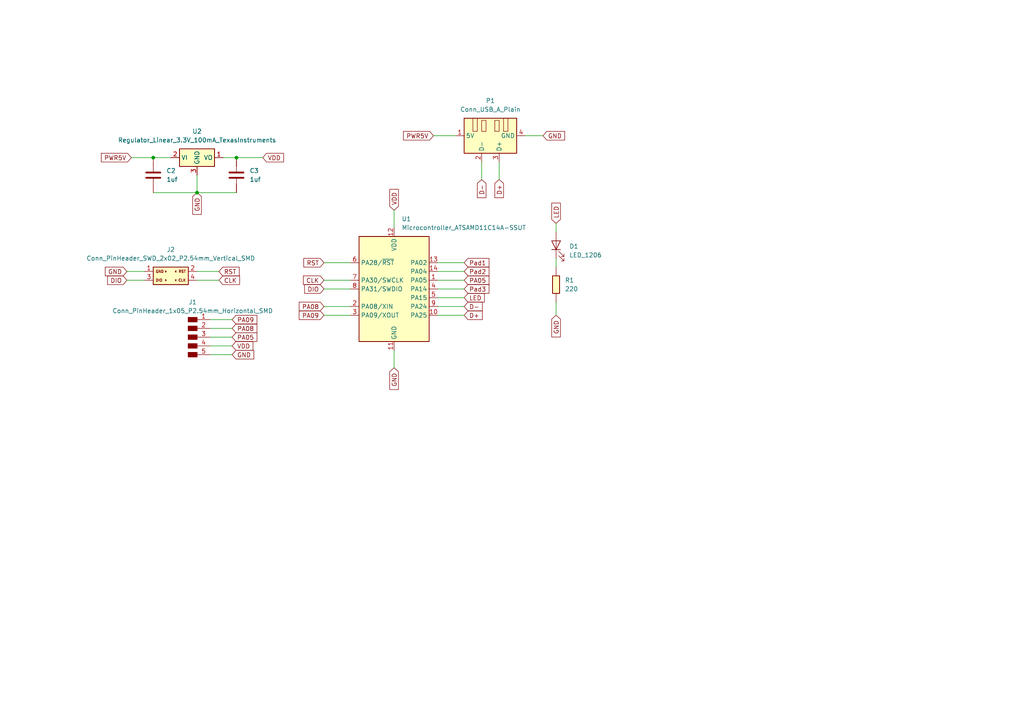
<source format=kicad_sch>
(kicad_sch (version 20231120) (generator "eeschema") (generator_version "8.0")
  (paper "A4")
  (lib_symbols
    (symbol "fab:C_1206" (pin_numbers hide)
      (property "Reference" "C" (at 0.635 2.54 0))
      (property "Value" "C_1206" (at 0.635 -2.54 0))
      (symbol "C_1206_0_1"
        (polyline (pts (xy -2.032 -0.762) (xy 2.032 -0.762)) (stroke (width 0.508)))
        (polyline (pts (xy -2.032 0.762) (xy 2.032 0.762)) (stroke (width 0.508)))
        (polyline (pts (xy 0 -0.635) (xy 0 -2.54)))
        (polyline (pts (xy 0 0.635) (xy 0 2.54)))
      )
      (symbol "C_1206_1_1"
        (pin passive line (at 0 5.08 270) (length 2.54) (name "~") (number "1"))
        (pin passive line (at 0 -5.08 90) (length 2.54) (name "~") (number "2"))
      )
    )
    (symbol "fab:Conn_PinHeader_1x05_P2.54mm_Horizontal_SMD" (pin_names hide)
      (property "Reference" "J" (at 0 7.62 0))
      (property "Value" "Conn_PinHeader_1x05_P2.54mm_Horizontal_SMD" (at 0 -7.62 0))
      (symbol "Conn_PinHeader_1x05_P2.54mm_Horizontal_SMD_1_1"
        (rectangle (start -1.27 -4.445) (end 1.27 -5.715) (stroke (width 0.254)) (fill (type outline)))
        (rectangle (start -1.27 -1.905) (end 1.27 -3.175) (stroke (width 0.254)) (fill (type outline)))
        (rectangle (start -1.27 0.635) (end 1.27 -0.635) (stroke (width 0.254)) (fill (type outline)))
        (rectangle (start -1.27 3.175) (end 1.27 1.905) (stroke (width 0.254)) (fill (type outline)))
        (rectangle (start -1.27 5.715) (end 1.27 4.445) (stroke (width 0.254)) (fill (type outline)))
        (pin passive line (at 5.08 5.08 180) (length 3.81) (name "Pin_1") (number "1"))
        (pin passive line (at 5.08 2.54 180) (length 3.81) (name "Pin_2") (number "2"))
        (pin passive line (at 5.08 0 180) (length 3.81) (name "Pin_3") (number "3"))
        (pin passive line (at 5.08 -2.54 180) (length 3.81) (name "Pin_4") (number "4"))
        (pin passive line (at 5.08 -5.08 180) (length 3.81) (name "Pin_5") (number "5"))
      )
    )
    (symbol "fab:Conn_PinHeader_SWD_2x02_P2.54mm_Vertical_SMD"
      (property "Reference" "J" (at 0 3.81 0))
      (property "Value" "Conn_PinHeader_SWD_2x02_P2.54mm_Vertical_SMD" (at 0 -3.81 0))
      (symbol "Conn_PinHeader_SWD_2x02_P2.54mm_Vertical_SMD_0_0"
        (text "CLK" (at 4.445 -1.27 0) (effects (font (size 0.75 0.75)) (justify right)))
        (text "DIO" (at -4.445 -1.27 0) (effects (font (size 0.75 0.75)) (justify left)))
        (text "GND" (at -4.445 1.27 0) (effects (font (size 0.75 0.75)) (justify left)))
        (text "RST" (at 4.445 1.27 0) (effects (font (size 0.75 0.75)) (justify right)))
      )
      (symbol "Conn_PinHeader_SWD_2x02_P2.54mm_Vertical_SMD_0_1"
        (polyline (pts (xy -1.524 -1.016) (xy -1.27 -1.27) (xy -1.524 -1.524) (xy -1.524 -1.016)) (fill (type outline)))
        (polyline (pts (xy -1.524 1.524) (xy -1.27 1.27) (xy -1.524 1.016) (xy -1.524 1.524)) (fill (type outline)))
        (polyline (pts (xy 1.524 -1.016) (xy 1.27 -1.27) (xy 1.524 -1.524) (xy 1.524 -1.016)) (fill (type outline)))
        (polyline (pts (xy 1.524 1.524) (xy 1.27 1.27) (xy 1.524 1.016) (xy 1.524 1.524)) (fill (type outline)))
      )
      (symbol "Conn_PinHeader_SWD_2x02_P2.54mm_Vertical_SMD_1_1"
        (rectangle (start -5.08 2.54) (end 5.08 -2.54) (stroke (width 0.254)) (fill (type background)))
        (pin passive line (at -7.62 1.27 0) (length 2.54) (name "") (number "1"))
        (pin passive line (at 7.62 1.27 180) (length 2.54) (name "") (number "2"))
        (pin passive line (at -7.62 -1.27 0) (length 2.54) (name "") (number "3"))
        (pin passive line (at 7.62 -1.27 180) (length 2.54) (name "") (number "4"))
      )
    )
    (symbol "fab:Conn_USB_A_Plain"
      (property "Reference" "P" (at -5.08 8.89 0))
      (property "Value" "Conn_USB_A_Plain" (at 1.27 8.89 0))
      (symbol "Conn_USB_A_Plain_0_1"
        (rectangle (start -5.08 7.62) (end 5.08 -7.62) (stroke (width 0.254)) (fill (type background)))
        (rectangle (start 1.27 -3.81) (end 5.08 -5.08))
        (rectangle (start 1.27 -1.27) (end 4.445 -2.54))
        (rectangle (start 1.27 2.54) (end 4.445 1.27))
        (rectangle (start 1.27 5.08) (end 5.08 3.81))
      )
      (symbol "Conn_USB_A_Plain_1_1"
        (pin power_in line (at 0 10.16 270) (length 2.54) (name "5V") (number "1"))
        (pin bidirectional line (at -7.62 2.54 0) (length 2.54) (name "D-") (number "2"))
        (pin bidirectional line (at -7.62 -2.54 0) (length 2.54) (name "D+") (number "3"))
        (pin power_in line (at 0 -10.16 90) (length 2.54) (name "GND") (number "4"))
      )
    )
    (symbol "fab:LED_1206" (pin_numbers hide) (pin_names (offset 1.016) hide)
      (property "Reference" "D" (at 0 2.54 0))
      (property "Value" "LED_1206" (at 0 -2.54 0))
      (symbol "LED_1206_0_1"
        (polyline (pts (xy -1.27 -1.27) (xy -1.27 1.27)) (stroke (width 0.2032)))
        (polyline (pts (xy -1.27 0) (xy 1.27 0)))
        (polyline (pts (xy 1.27 -1.27) (xy 1.27 1.27) (xy -1.27 0) (xy 1.27 -1.27)) (stroke (width 0.2032)))
        (polyline (pts (xy -3.048 -0.762) (xy -4.572 -2.286) (xy -3.81 -2.286) (xy -4.572 -2.286) (xy -4.572 -1.524)))
        (polyline (pts (xy -1.778 -0.762) (xy -3.302 -2.286) (xy -2.54 -2.286) (xy -3.302 -2.286) (xy -3.302 -1.524)))
      )
      (symbol "LED_1206_1_1"
        (pin passive line (at -3.81 0 0) (length 2.54) (name "K") (number "1"))
        (pin passive line (at 3.81 0 180) (length 2.54) (name "A") (number "2"))
      )
    )
    (symbol "fab:Microcontroller_ATSAMD11C14A-SSUT"
      (property "Reference" "U" (at -10.16 16.51 0))
      (property "Value" "Microcontroller_ATSAMD11C14A-SSUT" (at 1.27 16.51 0))
      (symbol "Microcontroller_ATSAMD11C14A-SSUT_0_1"
        (rectangle (start -10.16 15.24) (end 10.16 -15.24) (stroke (width 0.254)) (fill (type background)))
      )
      (symbol "Microcontroller_ATSAMD11C14A-SSUT_1_1"
        (pin bidirectional line (at 12.7 2.54 180) (length 2.54) (name "PA05") (number "1"))
        (pin bidirectional line (at 12.7 -7.62 180) (length 2.54) (name "PA25") (number "10"))
        (pin power_in line (at 0 -17.78 90) (length 2.54) (name "GND") (number "11"))
        (pin power_in line (at 0 17.78 270) (length 2.54) (name "VDD") (number "12"))
        (pin bidirectional line (at 12.7 7.62 180) (length 2.54) (name "PA02") (number "13"))
        (pin bidirectional line (at 12.7 5.08 180) (length 2.54) (name "PA04") (number "14"))
        (pin bidirectional line (at -12.7 -5.08 0) (length 2.54) (name "PA08/XIN") (number "2"))
        (pin bidirectional line (at -12.7 -7.62 0) (length 2.54) (name "PA09/XOUT") (number "3"))
        (pin bidirectional line (at 12.7 0 180) (length 2.54) (name "PA14") (number "4"))
        (pin bidirectional line (at 12.7 -2.54 180) (length 2.54) (name "PA15") (number "5"))
        (pin bidirectional line (at -12.7 7.62 0) (length 2.54) (name "PA28/~{RST}") (number "6"))
        (pin bidirectional line (at -12.7 2.54 0) (length 2.54) (name "PA30/SWCLK") (number "7"))
        (pin bidirectional line (at -12.7 0 0) (length 2.54) (name "PA31/SWDIO") (number "8"))
        (pin bidirectional line (at 12.7 -5.08 180) (length 2.54) (name "PA24") (number "9"))
      )
    )
    (symbol "fab:R_1206" (pin_numbers hide) (pin_names (offset 0))
      (property "Reference" "R" (at 2.54 0 90))
      (property "Value" "R_1206" (at -2.54 0 90))
      (symbol "R_1206_0_1"
        (rectangle (start -1.016 -2.54) (end 1.016 2.54) (stroke (width 0.254)) (fill (type background)))
      )
      (symbol "R_1206_1_1"
        (pin passive line (at 0 5.08 270) (length 2.54) (name "~") (number "1"))
        (pin passive line (at 0 -5.08 90) (length 2.54) (name "~") (number "2"))
      )
    )
    (symbol "fab:Regulator_Linear_3.3V_100mA_TexasInstruments"
      (property "Reference" "U" (at -5.08 6.35 0))
      (property "Value" "Regulator_Linear_3.3V_100mA_TexasInstruments" (at -5.08 3.81 0))
      (symbol "Regulator_Linear_3.3V_100mA_TexasInstruments_0_1"
        (rectangle (start -5.08 2.54) (end 5.08 -2.54) (stroke (width 0.254)) (fill (type background)))
      )
      (symbol "Regulator_Linear_3.3V_100mA_TexasInstruments_1_1"
        (pin power_out line (at 7.62 0 180) (length 2.54) (name "VO") (number "1"))
        (pin power_in line (at -7.62 0 0) (length 2.54) (name "VI") (number "2"))
        (pin power_in line (at 0 -5.08 90) (length 2.54) (name "GND") (number "3"))
      )
    )
  )
  (junction (at 68.58 45.72))
  (junction (at 57.15 55.88))
  (junction (at 44.45 45.72))
  (wire (pts (xy 152.4 39.37) (xy 157.48 39.37)))
  (wire (pts (xy 57.15 81.28) (xy 63.5 81.28)))
  (wire (pts (xy 57.15 55.88) (xy 68.58 55.88)))
  (wire (pts (xy 127 81.28) (xy 134.62 81.28)))
  (wire (pts (xy 93.98 81.28) (xy 101.6 81.28)))
  (wire (pts (xy 60.96 100.33) (xy 67.31 100.33)))
  (wire (pts (xy 127 76.2) (xy 134.62 76.2)))
  (wire (pts (xy 68.58 45.72) (xy 76.2 45.72)))
  (wire (pts (xy 36.83 78.74) (xy 41.91 78.74)))
  (wire (pts (xy 60.96 92.71) (xy 67.31 92.71)))
  (wire (pts (xy 38.1 45.72) (xy 44.45 45.72)))
  (wire (pts (xy 93.98 88.9) (xy 101.6 88.9)))
  (wire (pts (xy 127 88.9) (xy 134.62 88.9)))
  (wire (pts (xy 60.96 102.87) (xy 67.31 102.87)))
  (wire (pts (xy 60.96 95.25) (xy 67.31 95.25)))
  (wire (pts (xy 60.96 97.79) (xy 67.31 97.79)))
  (wire (pts (xy 64.77 45.72) (xy 68.58 45.72)))
  (wire (pts (xy 36.83 81.28) (xy 41.91 81.28)))
  (wire (pts (xy 161.29 87.63) (xy 161.29 91.44)))
  (wire (pts (xy 144.78 46.99) (xy 144.78 52.07)))
  (wire (pts (xy 161.29 74.93) (xy 161.29 77.47)))
  (wire (pts (xy 93.98 83.82) (xy 101.6 83.82)))
  (wire (pts (xy 93.98 76.2) (xy 101.6 76.2)))
  (wire (pts (xy 44.45 45.72) (xy 49.53 45.72)))
  (wire (pts (xy 127 83.82) (xy 134.62 83.82)))
  (wire (pts (xy 44.45 55.88) (xy 57.15 55.88)))
  (wire (pts (xy 139.7 46.99) (xy 139.7 52.07)))
  (wire (pts (xy 93.98 91.44) (xy 101.6 91.44)))
  (wire (pts (xy 127 78.74) (xy 134.62 78.74)))
  (wire (pts (xy 57.15 78.74) (xy 63.5 78.74)))
  (wire (pts (xy 127 86.36) (xy 134.62 86.36)))
  (wire (pts (xy 127 91.44) (xy 134.62 91.44)))
  (wire (pts (xy 57.15 50.8) (xy 57.15 55.88)))
  (wire (pts (xy 125.73 39.37) (xy 132.08 39.37)))
  (wire (pts (xy 114.3 60.96) (xy 114.3 66.04)))
  (wire (pts (xy 114.3 101.6) (xy 114.3 106.68)))
  (wire (pts (xy 161.29 64.77) (xy 161.29 67.31)))
  (global_label "PA05" (shape input) (at 67.31 97.79 0) (property "Intersheetrefs" "${INTERSHEET_REFS}" (effects (hide yes))))
  (global_label "GND" (shape input) (at 36.83 78.74 180) (property "Intersheetrefs" "${INTERSHEET_REFS}" (effects (hide yes))))
  (global_label "PA09" (shape input) (at 67.31 92.71 0) (property "Intersheetrefs" "${INTERSHEET_REFS}" (effects (hide yes))))
  (global_label "VDD" (shape input) (at 67.31 100.33 0) (property "Intersheetrefs" "${INTERSHEET_REFS}" (effects (hide yes))))
  (global_label "PA08" (shape input) (at 93.98 88.9 180) (property "Intersheetrefs" "${INTERSHEET_REFS}" (effects (hide yes))))
  (global_label "PWR5V" (shape input) (at 38.1 45.72 180) (property "Intersheetrefs" "${INTERSHEET_REFS}" (effects (hide yes))))
  (global_label "D+" (shape input) (at 134.62 91.44 0) (property "Intersheetrefs" "${INTERSHEET_REFS}" (effects (hide yes))))
  (global_label "DIO" (shape input) (at 36.83 81.28 180) (property "Intersheetrefs" "${INTERSHEET_REFS}" (effects (hide yes))))
  (global_label "GND" (shape input) (at 57.15 55.88 270) (property "Intersheetrefs" "${INTERSHEET_REFS}" (effects (hide yes))))
  (global_label "PA09" (shape input) (at 93.98 91.44 180) (property "Intersheetrefs" "${INTERSHEET_REFS}" (effects (hide yes))))
  (global_label "Pad1" (shape input) (at 134.62 76.2 0) (property "Intersheetrefs" "${INTERSHEET_REFS}" (effects (hide yes))))
  (global_label "GND" (shape input) (at 67.31 102.87 0) (property "Intersheetrefs" "${INTERSHEET_REFS}" (effects (hide yes))))
  (global_label "VDD" (shape input) (at 114.3 60.96 90) (property "Intersheetrefs" "${INTERSHEET_REFS}" (effects (hide yes))))
  (global_label "D-" (shape input) (at 139.7 52.07 270) (property "Intersheetrefs" "${INTERSHEET_REFS}" (effects (hide yes))))
  (global_label "LED" (shape input) (at 161.29 64.77 90) (property "Intersheetrefs" "${INTERSHEET_REFS}" (effects (hide yes))))
  (global_label "GND" (shape input) (at 114.3 106.68 270) (property "Intersheetrefs" "${INTERSHEET_REFS}" (effects (hide yes))))
  (global_label "D+" (shape input) (at 144.78 52.07 270) (property "Intersheetrefs" "${INTERSHEET_REFS}" (effects (hide yes))))
  (global_label "D-" (shape input) (at 134.62 88.9 0) (property "Intersheetrefs" "${INTERSHEET_REFS}" (effects (hide yes))))
  (global_label "PWR5V" (shape input) (at 125.73 39.37 180) (property "Intersheetrefs" "${INTERSHEET_REFS}" (effects (hide yes))))
  (global_label "VDD" (shape input) (at 76.2 45.72 0) (property "Intersheetrefs" "${INTERSHEET_REFS}" (effects (hide yes))))
  (global_label "GND" (shape input) (at 161.29 91.44 270) (property "Intersheetrefs" "${INTERSHEET_REFS}" (effects (hide yes))))
  (global_label "PA08" (shape input) (at 67.31 95.25 0) (property "Intersheetrefs" "${INTERSHEET_REFS}" (effects (hide yes))))
  (global_label "CLK" (shape input) (at 93.98 81.28 180) (property "Intersheetrefs" "${INTERSHEET_REFS}" (effects (hide yes))))
  (global_label "PA05" (shape input) (at 134.62 81.28 0) (property "Intersheetrefs" "${INTERSHEET_REFS}" (effects (hide yes))))
  (global_label "CLK" (shape input) (at 63.5 81.28 0) (property "Intersheetrefs" "${INTERSHEET_REFS}" (effects (hide yes))))
  (global_label "Pad2" (shape input) (at 134.62 78.74 0) (property "Intersheetrefs" "${INTERSHEET_REFS}" (effects (hide yes))))
  (global_label "GND" (shape input) (at 157.48 39.37 0) (property "Intersheetrefs" "${INTERSHEET_REFS}" (effects (hide yes))))
  (global_label "RST" (shape input) (at 93.98 76.2 180) (property "Intersheetrefs" "${INTERSHEET_REFS}" (effects (hide yes))))
  (global_label "DIO" (shape input) (at 93.98 83.82 180) (property "Intersheetrefs" "${INTERSHEET_REFS}" (effects (hide yes))))
  (global_label "Pad3" (shape input) (at 134.62 83.82 0) (property "Intersheetrefs" "${INTERSHEET_REFS}" (effects (hide yes))))
  (global_label "RST" (shape input) (at 63.5 78.74 0) (property "Intersheetrefs" "${INTERSHEET_REFS}" (effects (hide yes))))
  (global_label "LED" (shape input) (at 134.62 86.36 0) (property "Intersheetrefs" "${INTERSHEET_REFS}" (effects (hide yes))))
  (symbol (lib_id "fab:LED_1206") (at 161.29 71.12 90) (unit 1)
    (property "Reference" "D1" (at 165.1 71.4501 90) (effects (justify right)))
    (property "Value" "LED_1206" (at 165.1 73.9901 90) (effects (justify right)))
    (property "Footprint" "fab:LED_1206" (effects (hide yes)))
    (property "Datasheet" "https://optoelectronics.liteon.com/upload/download/DS-22-98-0002/LTST-C150CKT.pdf" (effects (hide yes)))
    (property "Description" "Light emitting diode, Lite-On Inc. LTST, SMD" (effects (hide yes)))
  )
  (symbol (lib_id "fab:R_1206") (at 161.29 82.55 0) (unit 1)
    (property "Reference" "R1" (at 163.83 81.2799 0) (effects (justify left)))
    (property "Value" "220" (at 163.83 83.8199 0) (effects (justify left)))
    (property "Footprint" "fab:R_1206" (effects (hide yes)))
    (property "Description" "Resistor" (effects (hide yes)))
  )
  (symbol (lib_id "fab:Conn_USB_A_Plain") (at 142.24 39.37 90) (unit 1)
    (property "Reference" "P1" (at 142.24 29.21 90))
    (property "Value" "Conn_USB_A_Plain" (at 142.24 31.75 90))
    (property "Footprint" "fab:Conn_USB_A_Plain" (effects (hide yes)))
    (property "Description" "Plain USB connector that can be milled with as PCB milling machine " (effects (hide yes)))
  )
  (symbol (lib_id "fab:C_1206") (at 68.58 50.8 180) (unit 1)
    (property "Reference" "C3" (at 72.39 49.5299 0) (effects (justify right)))
    (property "Value" "1uf" (at 72.39 52.0699 0) (effects (justify right)))
    (property "Footprint" "fab:C_1206" (effects (hide yes)))
    (property "Datasheet" "https://www.yageo.com/upload/media/product/productsearch/datasheet/mlcc/UPY-GP_NP0_16V-to-50V_18.pdf" (effects (hide yes)))
    (property "Description" "Unpolarized capacitor, SMD, 1206" (effects (hide yes)))
  )
  (symbol (lib_id "fab:Microcontroller_ATSAMD11C14A-SSUT") (at 114.3 83.82 0) (unit 1)
    (property "Reference" "U1" (at 116.4941 63.5 0) (effects (justify left)))
    (property "Value" "Microcontroller_ATSAMD11C14A-SSUT" (at 116.4941 66.04 0) (effects (justify left)))
    (property "Footprint" "fab:SOIC-14_3.9x8.7mm_P1.27mm" (effects (hide yes)))
    (property "Datasheet" "https://ww1.microchip.com/downloads/en/DeviceDoc/Atmel-42363-SAM-D11_Datasheet.pdf" (effects (hide yes)))
    (property "Description" "IC MCU 32BIT 16KB FLASH 14SOIC" (effects (hide yes)))
  )
  (symbol (lib_id "fab:C_1206") (at 44.45 50.8 180) (unit 1)
    (property "Reference" "C2" (at 48.26 49.5299 0) (effects (justify right)))
    (property "Value" "1uf" (at 48.26 52.0699 0) (effects (justify right)))
    (property "Footprint" "fab:C_1206" (effects (hide yes)))
    (property "Datasheet" "https://www.yageo.com/upload/media/product/productsearch/datasheet/mlcc/UPY-GP_NP0_16V-to-50V_18.pdf" (effects (hide yes)))
    (property "Description" "Unpolarized capacitor, SMD, 1206" (effects (hide yes)))
  )
  (symbol (lib_id "fab:Conn_PinHeader_SWD_2x02_P2.54mm_Vertical_SMD") (at 49.53 80.01 0) (unit 1)
    (property "Reference" "J2" (at 49.53 72.39 0))
    (property "Value" "Conn_PinHeader_SWD_2x02_P2.54mm_Vertical_SMD" (at 49.53 74.93 0))
    (property "Footprint" "fab:PinHeader_2x02_P2.54mm_Vertical_SMD" (effects (hide yes)))
    (property "Datasheet" "https://cdn.amphenol-icc.com/media/wysiwyg/files/drawing/95278.pdf" (effects (hide yes)))
    (property "Description" "Connector Header Surface Mount 4 position 0.100\" (2.54mm) for programming D11C chips" (effects (hide yes)))
  )
  (symbol (lib_id "fab:Regulator_Linear_3.3V_100mA_TexasInstruments") (at 57.15 45.72 0) (unit 1)
    (property "Reference" "U2" (at 57.15 38.1 0))
    (property "Value" "Regulator_Linear_3.3V_100mA_TexasInstruments" (at 57.15 40.64 0))
    (property "Footprint" "fab:SOT-23-3" (effects (hide yes)))
    (property "Datasheet" "https://www.ti.com/lit/ds/symlink/lm3480.pdf" (effects (hide yes)))
    (property "Description" "3.3V 100mA LDO Voltage Regulator,  positive fixed output, Texas Instruments, SOT-23-3 package" (effects (hide yes)))
  )
  (symbol (lib_id "fab:Conn_PinHeader_1x05_P2.54mm_Horizontal_SMD") (at 55.88 97.79 0) (unit 1)
    (property "Reference" "J1" (at 55.88 87.63 0))
    (property "Value" "Conn_PinHeader_1x05_P2.54mm_Horizontal_SMD" (at 55.88 90.17 0))
    (property "Footprint" "fab:PinHeader_1x05_P2.54mm_Horizontal_SMD" (effects (hide yes)))
    (property "Description" "Male connector, single row" (effects (hide yes)))
  )
)
</source>
